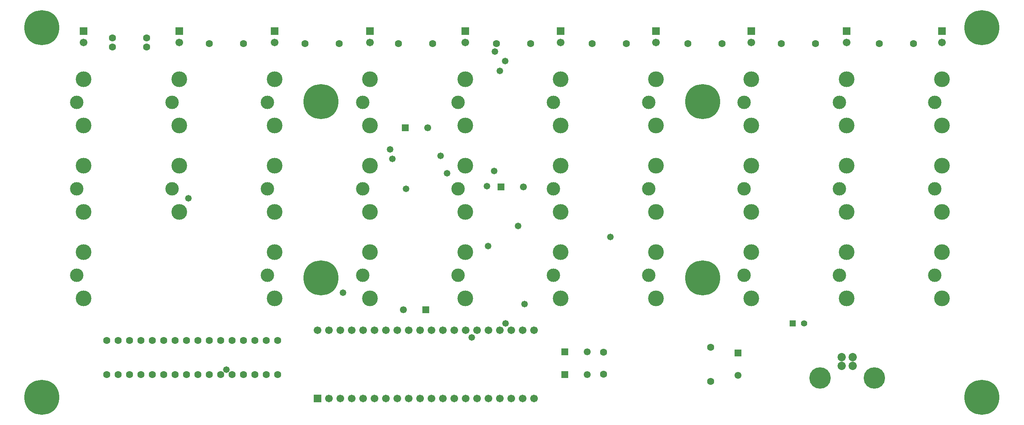
<source format=gbs>
%FSLAX23Y23*%
%MOIN*%
G70*
G01*
G75*
%ADD10R,0.059X0.012*%
%ADD11O,0.059X0.012*%
%ADD12C,0.010*%
%ADD13C,0.300*%
%ADD14C,0.130*%
%ADD15C,0.110*%
%ADD16R,0.059X0.059*%
%ADD17C,0.059*%
%ADD18C,0.055*%
%ADD19R,0.053X0.053*%
%ADD20C,0.053*%
%ADD21C,0.047*%
%ADD22R,0.047X0.047*%
%ADD23R,0.059X0.059*%
%ADD24C,0.059*%
%ADD25C,0.065*%
%ADD26C,0.180*%
%ADD27C,0.050*%
%ADD28C,0.008*%
%ADD29C,0.006*%
%ADD30R,0.067X0.020*%
%ADD31O,0.067X0.020*%
%ADD32C,0.308*%
%ADD33C,0.138*%
%ADD34C,0.118*%
%ADD35R,0.067X0.067*%
%ADD36C,0.067*%
%ADD37C,0.063*%
%ADD38R,0.061X0.061*%
%ADD39C,0.061*%
%ADD40C,0.055*%
%ADD41R,0.055X0.055*%
%ADD42R,0.067X0.067*%
%ADD43C,0.067*%
%ADD44C,0.073*%
%ADD45C,0.188*%
%ADD46C,0.058*%
D32*
X1250Y1250D02*
D03*
X3700Y2300D02*
D03*
X1250Y4500D02*
D03*
X3700Y3850D02*
D03*
X7050Y2300D02*
D03*
X9500Y1250D02*
D03*
X7050Y3850D02*
D03*
X9500Y4500D02*
D03*
D33*
X2454Y3286D02*
D03*
Y2880D02*
D03*
Y4046D02*
D03*
Y3640D02*
D03*
X1617Y2526D02*
D03*
Y2120D02*
D03*
Y3286D02*
D03*
Y2880D02*
D03*
X9150Y3286D02*
D03*
Y2880D02*
D03*
X8313Y3286D02*
D03*
Y2880D02*
D03*
X7476Y3286D02*
D03*
Y2880D02*
D03*
X6639Y3286D02*
D03*
Y2880D02*
D03*
X5802Y3286D02*
D03*
Y2880D02*
D03*
X4965Y3286D02*
D03*
Y2880D02*
D03*
X4128Y3286D02*
D03*
Y2880D02*
D03*
X3291Y3286D02*
D03*
Y2880D02*
D03*
X1617Y3640D02*
D03*
Y4046D02*
D03*
X9150Y2526D02*
D03*
Y2120D02*
D03*
X8313Y2526D02*
D03*
Y2120D02*
D03*
X7476Y2526D02*
D03*
Y2120D02*
D03*
X6639Y2526D02*
D03*
Y2120D02*
D03*
X5802Y2526D02*
D03*
Y2120D02*
D03*
X4965Y2526D02*
D03*
Y2120D02*
D03*
X4128Y2526D02*
D03*
Y2120D02*
D03*
X3291Y2526D02*
D03*
Y2120D02*
D03*
X9150Y4046D02*
D03*
Y3640D02*
D03*
X8313Y4046D02*
D03*
Y3640D02*
D03*
X7476Y4046D02*
D03*
Y3640D02*
D03*
X6639Y4046D02*
D03*
Y3640D02*
D03*
X5802Y4046D02*
D03*
Y3640D02*
D03*
X4965Y4046D02*
D03*
Y3640D02*
D03*
X4128Y4046D02*
D03*
Y3640D02*
D03*
X3291Y4046D02*
D03*
Y3640D02*
D03*
D34*
X2391Y3083D02*
D03*
Y3843D02*
D03*
X1554Y2323D02*
D03*
Y3083D02*
D03*
X9087D02*
D03*
X8250D02*
D03*
X7413D02*
D03*
X6576D02*
D03*
X5739D02*
D03*
X4902D02*
D03*
X4065D02*
D03*
X3228D02*
D03*
X1554Y3843D02*
D03*
X9087Y2323D02*
D03*
X8250D02*
D03*
X7413D02*
D03*
X6576D02*
D03*
X5739D02*
D03*
X4902D02*
D03*
X4065D02*
D03*
X3228D02*
D03*
X9087Y3843D02*
D03*
X8250D02*
D03*
X7413D02*
D03*
X6576D02*
D03*
X5739D02*
D03*
X4902D02*
D03*
X4065D02*
D03*
X3228D02*
D03*
D35*
X1617Y4470D02*
D03*
X2454D02*
D03*
X3291D02*
D03*
X4128D02*
D03*
X4965D02*
D03*
X5802D02*
D03*
X6639D02*
D03*
X7476D02*
D03*
X8313D02*
D03*
X9150D02*
D03*
D36*
X1617Y4370D02*
D03*
X2454D02*
D03*
X3291D02*
D03*
X4128D02*
D03*
X4965D02*
D03*
X5802D02*
D03*
X6639D02*
D03*
X7476D02*
D03*
X8313D02*
D03*
X9150D02*
D03*
D37*
X1870Y4410D02*
D03*
X2170D02*
D03*
X1870Y4330D02*
D03*
X2170D02*
D03*
X2720Y4360D02*
D03*
X3020D02*
D03*
X3560D02*
D03*
X3860D02*
D03*
X4380D02*
D03*
X4680D02*
D03*
X5240D02*
D03*
X5540D02*
D03*
X6080D02*
D03*
X6380D02*
D03*
X6920D02*
D03*
X7220D02*
D03*
X7740D02*
D03*
X8040D02*
D03*
X8600D02*
D03*
X8900D02*
D03*
X6180Y1646D02*
D03*
Y1454D02*
D03*
X7120Y1690D02*
D03*
Y1390D02*
D03*
X2620Y1750D02*
D03*
Y1450D02*
D03*
X2720Y1750D02*
D03*
Y1450D02*
D03*
X2820Y1750D02*
D03*
Y1450D02*
D03*
X2920Y1750D02*
D03*
Y1450D02*
D03*
X3020Y1750D02*
D03*
Y1450D02*
D03*
X3120Y1750D02*
D03*
Y1450D02*
D03*
X3220Y1750D02*
D03*
Y1450D02*
D03*
X3320Y1750D02*
D03*
Y1450D02*
D03*
X2520D02*
D03*
Y1750D02*
D03*
X2420Y1450D02*
D03*
Y1750D02*
D03*
X2320Y1450D02*
D03*
Y1750D02*
D03*
X2220Y1450D02*
D03*
Y1750D02*
D03*
X2120Y1450D02*
D03*
Y1750D02*
D03*
X2020Y1450D02*
D03*
Y1750D02*
D03*
X1920Y1450D02*
D03*
Y1750D02*
D03*
X1820Y1450D02*
D03*
Y1750D02*
D03*
D38*
X5840Y1650D02*
D03*
Y1450D02*
D03*
X7360Y1640D02*
D03*
X4440Y3620D02*
D03*
X5280Y3100D02*
D03*
X4620Y2020D02*
D03*
D39*
X6037Y1650D02*
D03*
Y1450D02*
D03*
X7360Y1443D02*
D03*
X4637Y3620D02*
D03*
X5477Y3100D02*
D03*
X4423Y2020D02*
D03*
D40*
X7940Y1900D02*
D03*
D41*
X7840D02*
D03*
D42*
X3670Y1240D02*
D03*
D43*
X3770D02*
D03*
X3870D02*
D03*
X3970D02*
D03*
X4070D02*
D03*
X4170D02*
D03*
X4270D02*
D03*
X4370D02*
D03*
X4470D02*
D03*
X4570D02*
D03*
X4670D02*
D03*
X4770D02*
D03*
X4870D02*
D03*
X4970D02*
D03*
X5070D02*
D03*
X5170D02*
D03*
X5270D02*
D03*
X5370D02*
D03*
X5470D02*
D03*
X5570D02*
D03*
X3670Y1840D02*
D03*
X3770D02*
D03*
X3870D02*
D03*
X3970D02*
D03*
X4070D02*
D03*
X4170D02*
D03*
X4270D02*
D03*
X4370D02*
D03*
X4470D02*
D03*
X4570D02*
D03*
X4670D02*
D03*
X4770D02*
D03*
X4870D02*
D03*
X4970D02*
D03*
X5070D02*
D03*
X5170D02*
D03*
X5270D02*
D03*
X5370D02*
D03*
X5470D02*
D03*
X5570D02*
D03*
D44*
X8366Y1527D02*
D03*
X8366Y1605D02*
D03*
X8268D02*
D03*
Y1527D02*
D03*
D45*
X8554Y1420D02*
D03*
X8080D02*
D03*
D46*
X5225Y4292D02*
D03*
X5316Y4207D02*
D03*
X5269Y4121D02*
D03*
X2870Y1493D02*
D03*
X4306Y3429D02*
D03*
X4326Y3348D02*
D03*
X3892Y2170D02*
D03*
X5487Y2071D02*
D03*
X5428Y2757D02*
D03*
X6240Y2659D02*
D03*
X5023Y1776D02*
D03*
X5164Y2579D02*
D03*
X5320Y1900D02*
D03*
X4748Y3373D02*
D03*
X4444Y3083D02*
D03*
X4805Y3219D02*
D03*
X2534Y3002D02*
D03*
X5155Y3108D02*
D03*
X5219Y3239D02*
D03*
M02*

</source>
